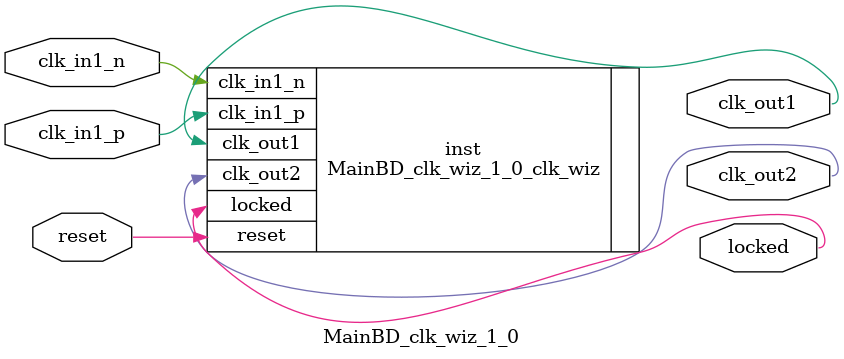
<source format=v>


`timescale 1ps/1ps

(* CORE_GENERATION_INFO = "MainBD_clk_wiz_1_0,clk_wiz_v6_0_11_0_0,{component_name=MainBD_clk_wiz_1_0,use_phase_alignment=false,use_min_o_jitter=false,use_max_i_jitter=false,use_dyn_phase_shift=false,use_inclk_switchover=false,use_dyn_reconfig=false,enable_axi=0,feedback_source=FDBK_AUTO,PRIMITIVE=MMCM,num_out_clk=2,clkin1_period=3.333,clkin2_period=10.0,use_power_down=false,use_reset=true,use_locked=true,use_inclk_stopped=false,feedback_type=SINGLE,CLOCK_MGR_TYPE=NA,manual_override=false}" *)

module MainBD_clk_wiz_1_0 
 (
  // Clock out ports
  output        clk_out1,
  output        clk_out2,
  // Status and control signals
  input         reset,
  output        locked,
 // Clock in ports
  input         clk_in1_p,
  input         clk_in1_n
 );

  MainBD_clk_wiz_1_0_clk_wiz inst
  (
  // Clock out ports  
  .clk_out1(clk_out1),
  .clk_out2(clk_out2),
  // Status and control signals               
  .reset(reset), 
  .locked(locked),
 // Clock in ports
  .clk_in1_p(clk_in1_p),
  .clk_in1_n(clk_in1_n)
  );

endmodule

</source>
